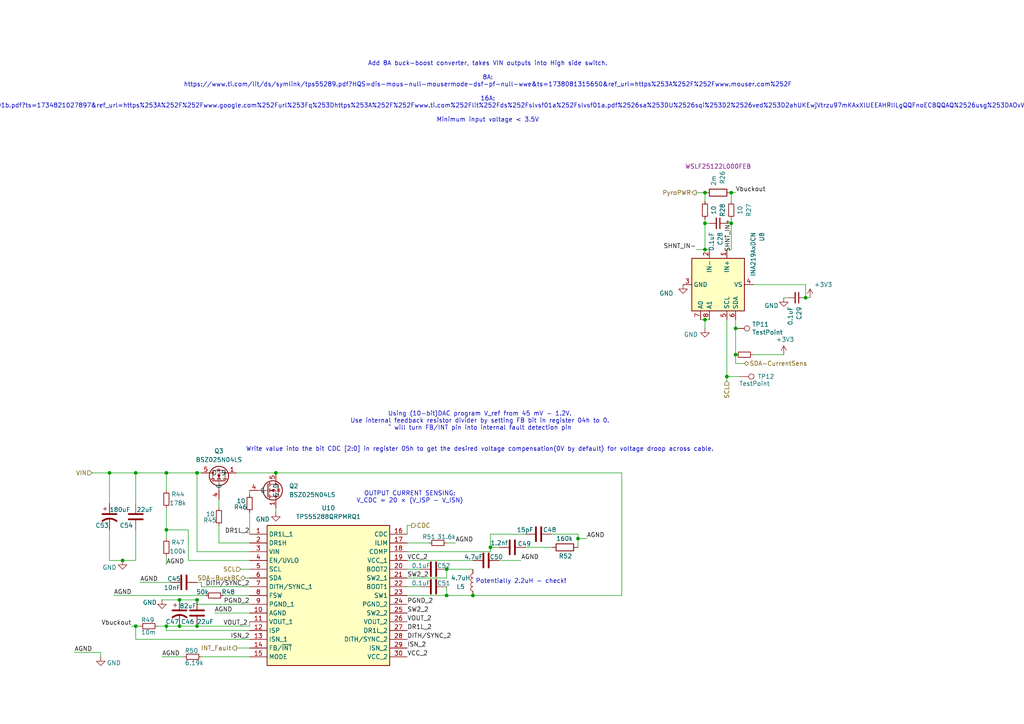
<source format=kicad_sch>
(kicad_sch (version 20250114) (generator "eeschema") (generator_version "9.0")
  (paper "A4")
  (lib_symbols
    (symbol "Connector:TestPoint" (pin_numbers (hide yes)) (pin_names (offset 0.762) (hide yes))
      (property "Reference" "TP" (at 0 6.858 0))
      (property "Value" "TestPoint" (at 0 5.08 0))
      (symbol "TestPoint_0_1"
        (circle (center 0 3.302) (radius 0.762))
      )
      (symbol "TestPoint_1_1"
        (pin passive line (at 0 0 90) (length 2.54) (name "1") (number "1"))
      )
    )
    (symbol "Device:C" (pin_numbers (hide yes)) (pin_names (offset 0.254))
      (property "Reference" "C" (at 0.635 2.54 0))
      (property "Value" "C" (at 0.635 -2.54 0))
      (symbol "C_0_1"
        (polyline (pts (xy -2.032 0.762) (xy 2.032 0.762)) (stroke (width 0.508)))
        (polyline (pts (xy -2.032 -0.762) (xy 2.032 -0.762)) (stroke (width 0.508)))
      )
      (symbol "C_1_1"
        (pin passive line (at 0 3.81 270) (length 2.794) (name "~") (number "1"))
        (pin passive line (at 0 -3.81 90) (length 2.794) (name "~") (number "2"))
      )
    )
    (symbol "Device:C_Polarized_US" (pin_numbers (hide yes)) (pin_names (offset 0.254) (hide yes))
      (property "Reference" "C" (at 0.635 2.54 0))
      (property "Value" "C_Polarized_US" (at 0.635 -2.54 0))
      (symbol "C_Polarized_US_0_1"
        (polyline (pts (xy -2.032 0.762) (xy 2.032 0.762)) (stroke (width 0.508)))
        (polyline (pts (xy -1.778 2.286) (xy -0.762 2.286)))
        (polyline (pts (xy -1.27 1.778) (xy -1.27 2.794)))
        (arc (start -2.032 -1.27) (mid 0 -0.5572) (end 2.032 -1.27) (stroke (width 0.508)))
      )
      (symbol "C_Polarized_US_1_1"
        (pin passive line (at 0 3.81 270) (length 2.794) (name "~") (number "1"))
        (pin passive line (at 0 -3.81 90) (length 3.302) (name "~") (number "2"))
      )
    )
    (symbol "Device:C_Small" (pin_numbers (hide yes)) (pin_names (offset 0.254) (hide yes))
      (property "Reference" "C" (at 0.254 1.778 0))
      (property "Value" "C_Small" (at 0.254 -2.032 0))
      (symbol "C_Small_0_1"
        (polyline (pts (xy -1.524 0.508) (xy 1.524 0.508)) (stroke (width 0.3048)))
        (polyline (pts (xy -1.524 -0.508) (xy 1.524 -0.508)) (stroke (width 0.3302)))
      )
      (symbol "C_Small_1_1"
        (pin passive line (at 0 2.54 270) (length 2.032) (name "~") (number "1"))
        (pin passive line (at 0 -2.54 90) (length 2.032) (name "~") (number "2"))
      )
    )
    (symbol "Device:L" (pin_numbers (hide yes)) (pin_names (offset 1.016) (hide yes))
      (property "Reference" "L" (at -1.27 0 90))
      (property "Value" "L" (at 1.905 0 90))
      (symbol "L_0_1"
        (arc (start 0 2.54) (mid 0.6323 1.905) (end 0 1.27))
        (arc (start 0 1.27) (mid 0.6323 0.635) (end 0 0))
        (arc (start 0 0) (mid 0.6323 -0.635) (end 0 -1.27))
        (arc (start 0 -1.27) (mid 0.6323 -1.905) (end 0 -2.54))
      )
      (symbol "L_1_1"
        (pin passive line (at 0 3.81 270) (length 1.27) (name "1") (number "1"))
        (pin passive line (at 0 -3.81 90) (length 1.27) (name "2") (number "2"))
      )
    )
    (symbol "Device:R" (pin_numbers (hide yes)) (pin_names (offset 0))
      (property "Reference" "R" (at 2.032 0 90))
      (property "Value" "R" (at 0 0 90))
      (symbol "R_0_1"
        (rectangle (start -1.016 -2.54) (end 1.016 2.54) (stroke (width 0.254)))
      )
      (symbol "R_1_1"
        (pin passive line (at 0 3.81 270) (length 1.27) (name "~") (number "1"))
        (pin passive line (at 0 -3.81 90) (length 1.27) (name "~") (number "2"))
      )
    )
    (symbol "Device:R_Small" (pin_numbers (hide yes)) (pin_names (offset 0.254) (hide yes))
      (property "Reference" "R" (at 0.762 0.508 0))
      (property "Value" "R_Small" (at 0.762 -1.016 0))
      (symbol "R_Small_0_1"
        (rectangle (start -0.762 1.778) (end 0.762 -1.778) (stroke (width 0.2032)))
      )
      (symbol "R_Small_1_1"
        (pin passive line (at 0 2.54 270) (length 0.762) (name "~") (number "1"))
        (pin passive line (at 0 -2.54 90) (length 0.762) (name "~") (number "2"))
      )
    )
    (symbol "GND_1" (power) (pin_numbers (hide yes)) (pin_names (offset 0) (hide yes))
      (property "Value" "GND" (at 0 -3.81 0))
      (symbol "GND_1_0_1"
        (polyline (pts (xy 0 0) (xy 0 -1.27) (xy 1.27 -1.27) (xy 0 -2.54) (xy -1.27 -1.27) (xy 0 -1.27)))
      )
      (symbol "GND_1_1_1"
        (pin power_in line (at 0 0 270) (length 0) (name "~") (number "1"))
      )
    )
    (symbol "Sensor_Energy:INA219AxDCN"
      (property "Reference" "U" (at -6.35 8.89 0))
      (property "Value" "INA219AxDCN" (at 6.35 8.89 0))
      (symbol "INA219AxDCN_0_1"
        (rectangle (start -7.62 7.62) (end 7.62 -7.62) (stroke (width 0.254)) (fill (type background)))
      )
      (symbol "INA219AxDCN_1_1"
        (pin input line (at -10.16 2.54 0) (length 2.54) (name "IN+") (number "1"))
        (pin input line (at -10.16 -2.54 0) (length 2.54) (name "IN-") (number "2"))
        (pin power_in line (at 0 10.16 270) (length 2.54) (name "VS") (number "4"))
        (pin power_in line (at 0 -10.16 90) (length 2.54) (name "GND") (number "3"))
        (pin bidirectional line (at 10.16 5.08 180) (length 2.54) (name "SDA") (number "6"))
        (pin input line (at 10.16 2.54 180) (length 2.54) (name "SCL") (number "5"))
        (pin input line (at 10.16 -2.54 180) (length 2.54) (name "A1") (number "8"))
        (pin input line (at 10.16 -5.08 180) (length 2.54) (name "A0") (number "7"))
      )
    )
    (symbol "iclr:BSZ025N04LS"
      (property "Reference" "Q" (at -0.762 15.748 0))
      (property "Value" "BSZ025N04LS" (at -6.604 13.208 0))
      (symbol "BSZ025N04LS_0_1"
        (polyline (pts (xy -1.016 1.905) (xy -1.016 -1.905)) (stroke (width 0.254)))
        (polyline (pts (xy -1.016 0) (xy -3.81 0)))
        (polyline (pts (xy -0.508 2.286) (xy -0.508 1.27)) (stroke (width 0.254)))
        (polyline (pts (xy -0.508 0.508) (xy -0.508 -0.508)) (stroke (width 0.254)))
        (polyline (pts (xy -0.508 -1.27) (xy -0.508 -2.286)) (stroke (width 0.254)))
        (polyline (pts (xy -0.508 -1.778) (xy 2.032 -1.778) (xy 2.032 1.778) (xy -0.508 1.778)))
        (polyline (pts (xy -0.254 0) (xy 0.762 0.381) (xy 0.762 -0.381) (xy -0.254 0)) (fill (type outline)))
        (circle (center 0.381 0) (radius 2.794) (stroke (width 0.254)))
        (polyline (pts (xy 1.27 2.54) (xy 1.27 1.778)))
        (circle (center 1.27 1.778) (radius 0.254) (fill (type outline)))
        (circle (center 1.27 -1.778) (radius 0.254) (fill (type outline)))
        (polyline (pts (xy 1.27 -2.54) (xy 1.27 0) (xy -0.508 0)))
        (polyline (pts (xy 1.524 0.508) (xy 1.651 0.381) (xy 2.413 0.381) (xy 2.54 0.254)))
        (polyline (pts (xy 2.032 0.381) (xy 1.651 -0.254) (xy 2.413 -0.254) (xy 2.032 0.381)))
      )
      (symbol "BSZ025N04LS_1_1"
        (pin input line (at -6.35 0 0) (length 2.54) (name "G") (number "4"))
        (pin passive line (at 1.27 5.08 270) (length 2.54) (name "D") (number "5"))
        (pin passive line (at 1.27 5.08 270) (length 2.54) (hide yes) (name "D") (number "6"))
        (pin passive line (at 1.27 5.08 270) (length 2.54) (hide yes) (name "D") (number "7"))
        (pin passive line (at 1.27 5.08 270) (length 2.54) (hide yes) (name "D") (number "8"))
        (pin passive line (at 1.27 5.08 270) (length 2.54) (hide yes) (name "D") (number "A5"))
        (pin passive line (at 1.27 -5.08 90) (length 2.54) (name "S") (number "1"))
        (pin passive line (at 1.27 -5.08 90) (length 2.54) (hide yes) (name "S") (number "2"))
        (pin passive line (at 1.27 -5.08 90) (length 2.54) (hide yes) (name "S") (number "3"))
        (pin passive line (at 1.27 -5.08 90) (length 2.54) (hide yes) (name "S") (number "A1"))
      )
    )
    (symbol "iclr:TPS55288QRPMRQ1"
      (property "Reference" "IC" (at 41.91 7.62 0))
      (property "Value" "TPS55288QRPMRQ1" (at 41.91 5.08 0))
      (symbol "TPS55288QRPMRQ1_1_1"
        (rectangle (start 5.08 2.54) (end 40.64 -38.1) (stroke (width 0.254)) (fill (type background)))
        (pin passive line (at 0 0 0) (length 5.08) (name "DR1L_1") (number "1"))
        (pin passive line (at 0 -2.54 0) (length 5.08) (name "DR1H") (number "2"))
        (pin passive line (at 0 -5.08 0) (length 5.08) (name "VIN") (number "3"))
        (pin passive line (at 0 -7.62 0) (length 5.08) (name "EN/UVLO") (number "4"))
        (pin passive line (at 0 -10.16 0) (length 5.08) (name "SCL") (number "5"))
        (pin passive line (at 0 -12.7 0) (length 5.08) (name "SDA") (number "6"))
        (pin passive line (at 0 -15.24 0) (length 5.08) (name "DITH/SYNC_1") (number "7"))
        (pin passive line (at 0 -17.78 0) (length 5.08) (name "FSW") (number "8"))
        (pin passive line (at 0 -20.32 0) (length 5.08) (name "PGND_1") (number "9"))
        (pin passive line (at 0 -22.86 0) (length 5.08) (name "AGND") (number "10"))
        (pin passive line (at 0 -25.4 0) (length 5.08) (name "VOUT_1") (number "11"))
        (pin passive line (at 0 -27.94 0) (length 5.08) (name "ISP") (number "12"))
        (pin passive line (at 0 -30.48 0) (length 5.08) (name "ISN_1") (number "13"))
        (pin passive line (at 0 -33.02 0) (length 5.08) (name "FB/~{INT}") (number "14"))
        (pin passive line (at 0 -35.56 0) (length 5.08) (name "MODE") (number "15"))
        (pin passive line (at 45.72 0 180) (length 5.08) (name "CDC") (number "16"))
        (pin passive line (at 45.72 -2.54 180) (length 5.08) (name "ILIM") (number "17"))
        (pin passive line (at 45.72 -5.08 180) (length 5.08) (name "COMP") (number "18"))
        (pin passive line (at 45.72 -7.62 180) (length 5.08) (name "VCC_1") (number "19"))
        (pin passive line (at 45.72 -10.16 180) (length 5.08) (name "BOOT2") (number "20"))
        (pin passive line (at 45.72 -12.7 180) (length 5.08) (name "SW2_1") (number "21"))
        (pin passive line (at 45.72 -15.24 180) (length 5.08) (name "BOOT1") (number "22"))
        (pin passive line (at 45.72 -17.78 180) (length 5.08) (name "SW1") (number "23"))
        (pin passive line (at 45.72 -20.32 180) (length 5.08) (name "PGND_2") (number "24"))
        (pin passive line (at 45.72 -22.86 180) (length 5.08) (name "SW2_2") (number "25"))
        (pin passive line (at 45.72 -25.4 180) (length 5.08) (name "VOUT_2") (number "26"))
        (pin passive line (at 45.72 -27.94 180) (length 5.08) (name "DR1L_2") (number "27"))
        (pin passive line (at 45.72 -30.48 180) (length 5.08) (name "DITH/SYNC_2") (number "28"))
        (pin passive line (at 45.72 -33.02 180) (length 5.08) (name "ISN_2") (number "29"))
        (pin passive line (at 45.72 -35.56 180) (length 5.08) (name "VCC_2") (number "30"))
      )
    )
    (symbol "power:+3.3V" (power) (pin_names (offset 0))
      (property "Value" "+3.3V" (at 0 3.556 0))
      (symbol "+3.3V_0_1"
        (polyline (pts (xy -0.762 1.27) (xy 0 2.54)))
        (polyline (pts (xy 0 2.54) (xy 0.762 1.27)))
        (polyline (pts (xy 0 0) (xy 0 2.54)))
      )
      (symbol "+3.3V_1_1"
        (pin power_in line (at 0 0 90) (length 0) (hide yes) (name "+3V3") (number "1"))
      )
    )
    (symbol "power:GND" (power) (pin_names (offset 0))
      (property "Value" "GND" (at 0 -3.81 0))
      (symbol "GND_0_1"
        (polyline (pts (xy 0 0) (xy 0 -1.27) (xy 1.27 -1.27) (xy 0 -2.54) (xy -1.27 -1.27) (xy 0 -1.27)))
      )
      (symbol "GND_1_1"
        (pin power_in line (at 0 0 270) (length 0) (hide yes) (name "GND") (number "1"))
      )
    )
  )
  (text "Using (10-bit)DAC program V_ref from 45 mV - 1.2V.\nUse internal feedback resistor divider by setting FB bit in register 04h to 0.\n^ will turn FB/INT pin into internal fault detection pin\n\n\nWrite value into the bit CDC [2:0] in register 05h to get the desired voltage compensation(0V by default) for voltage droop across cable." (at 139.192 125.222 0) (effects (font (size 1.27 1.27))))
  (text "OUTPUT CURRENT SENSING:\nV_CDC = 20 × (V_ISP - V_ISN)" (at 118.872 144.272 0) (effects (font (size 1.27 1.27))))
  (text "Add 8A buck-boost converter, takes VIN outputs into High side switch.\n\n8A:\nhttps://www.ti.com/lit/ds/symlink/tps55289.pdf?HQS=dis-mous-null-mousermode-dsf-pf-null-wwe&ts=1738081315650&ref_url=https%253A%252F%252Fwww.mouser.com%252F\n\n16A:\nhttps://www.ti.com/lit/ds/slvsf01b/slvsf01b.pdf?ts=1734821027897&ref_url=https%253A%252F%252Fwww.google.com%252Furl%253Fq%253Dhttps%253A%252F%252Fwww.ti.com%252Flit%252Fds%252Fslvsf01a%252Fslvsf01a.pdf%2526sa%253DU%2526sqi%253D2%2526ved%253D2ahUKEwjVtrzu97mKAxXlUEEAHRlILgQQFnoECBQQAQ%2526usg%253DAOvVaw1JvcZZpXBigG8-35lJupAp\n\nMinimum input voltage < 3.5V" (at 141.478 26.67 0) (effects (font (size 1.27 1.27))))
  (text "Potentially 2.2uH - check!" (at 151.13 168.656 0) (effects (font (size 1.27 1.27))))
  (junction (at 210.82 109.22))
  (junction (at 212.09 64.77))
  (junction (at 57.15 173.99))
  (junction (at 142.24 158.75))
  (junction (at 31.75 137.16))
  (junction (at 48.26 153.67))
  (junction (at 129.54 172.72))
  (junction (at 167.64 156.21))
  (junction (at 213.36 102.87))
  (junction (at 57.15 137.16))
  (junction (at 39.37 137.16))
  (junction (at 137.16 172.72))
  (junction (at 233.68 86.36))
  (junction (at 57.15 181.61))
  (junction (at 204.47 55.88))
  (junction (at 213.36 95.25))
  (junction (at 204.47 64.77))
  (junction (at 39.37 181.61))
  (junction (at 212.09 55.88))
  (junction (at 52.07 173.99))
  (junction (at 80.01 137.16))
  (junction (at 204.47 72.39))
  (junction (at 48.26 181.61))
  (junction (at 48.26 137.16))
  (junction (at 52.07 181.61))
  (junction (at 204.47 92.71))
  (junction (at 35.56 162.56))
  (junction (at 129.54 165.1))
  (wire (pts (xy 205.74 92.71) (xy 204.47 92.71)))
  (wire (pts (xy 201.93 55.88) (xy 204.47 55.88)))
  (wire (pts (xy 129.54 170.18) (xy 129.54 172.72)))
  (wire (pts (xy 152.4 158.75) (xy 160.02 158.75)))
  (wire (pts (xy 142.24 158.75) (xy 144.78 158.75)))
  (wire (pts (xy 33.02 172.72) (xy 59.69 172.72)))
  (wire (pts (xy 80.01 147.32) (xy 80.01 148.59)))
  (wire (pts (xy 142.24 154.94) (xy 142.24 158.75)))
  (wire (pts (xy 68.58 137.16) (xy 80.01 137.16)))
  (wire (pts (xy 21.59 189.23) (xy 29.21 189.23)))
  (wire (pts (xy 57.15 173.99) (xy 57.15 175.26)))
  (wire (pts (xy 48.26 181.61) (xy 48.26 182.88)))
  (wire (pts (xy 204.47 92.71) (xy 203.2 92.71)))
  (wire (pts (xy 57.15 137.16) (xy 58.42 137.16)))
  (wire (pts (xy 118.11 167.64) (xy 129.54 167.64)))
  (wire (pts (xy 63.5 152.4) (xy 63.5 157.48)))
  (wire (pts (xy 64.77 172.72) (xy 72.39 172.72)))
  (wire (pts (xy 129.54 157.48) (xy 132.08 157.48)))
  (wire (pts (xy 57.15 160.02) (xy 72.39 160.02)))
  (wire (pts (xy 38.1 181.61) (xy 39.37 181.61)))
  (wire (pts (xy 212.09 72.39) (xy 210.82 72.39)))
  (wire (pts (xy 39.37 162.56) (xy 39.37 153.67)))
  (wire (pts (xy 39.37 137.16) (xy 48.26 137.16)))
  (wire (pts (xy 68.58 187.96) (xy 72.39 187.96)))
  (wire (pts (xy 121.92 165.1) (xy 118.11 165.1)))
  (wire (pts (xy 210.82 110.49) (xy 210.82 109.22)))
  (wire (pts (xy 205.74 64.77) (xy 204.47 64.77)))
  (wire (pts (xy 63.5 144.78) (xy 63.5 147.32)))
  (wire (pts (xy 233.68 82.55) (xy 233.68 86.36)))
  (wire (pts (xy 212.09 63.5) (xy 212.09 64.77)))
  (wire (pts (xy 234.95 86.36) (xy 233.68 86.36)))
  (wire (pts (xy 180.34 172.72) (xy 137.16 172.72)))
  (wire (pts (xy 46.99 190.5) (xy 53.34 190.5)))
  (wire (pts (xy 48.26 153.67) (xy 54.61 153.67)))
  (wire (pts (xy 46.99 173.99) (xy 52.07 173.99)))
  (wire (pts (xy 118.11 152.4) (xy 119.38 152.4)))
  (wire (pts (xy 69.85 165.1) (xy 72.39 165.1)))
  (wire (pts (xy 71.12 167.64) (xy 72.39 167.64)))
  (wire (pts (xy 204.47 92.71) (xy 204.47 95.25)))
  (wire (pts (xy 45.72 181.61) (xy 48.26 181.61)))
  (wire (pts (xy 52.07 173.99) (xy 57.15 173.99)))
  (wire (pts (xy 57.15 181.61) (xy 52.07 181.61)))
  (wire (pts (xy 212.09 64.77) (xy 210.82 64.77)))
  (wire (pts (xy 35.56 162.56) (xy 39.37 162.56)))
  (wire (pts (xy 31.75 137.16) (xy 26.67 137.16)))
  (wire (pts (xy 48.26 137.16) (xy 57.15 137.16)))
  (wire (pts (xy 39.37 146.05) (xy 39.37 137.16)))
  (wire (pts (xy 213.36 105.41) (xy 215.9 105.41)))
  (wire (pts (xy 39.37 181.61) (xy 40.64 181.61)))
  (wire (pts (xy 201.93 72.39) (xy 204.47 72.39)))
  (wire (pts (xy 167.64 156.21) (xy 167.64 158.75)))
  (wire (pts (xy 62.23 177.8) (xy 72.39 177.8)))
  (wire (pts (xy 31.75 137.16) (xy 39.37 137.16)))
  (wire (pts (xy 129.54 165.1) (xy 137.16 165.1)))
  (wire (pts (xy 39.37 185.42) (xy 39.37 181.61)))
  (wire (pts (xy 218.44 82.55) (xy 233.68 82.55)))
  (wire (pts (xy 170.18 156.21) (xy 167.64 156.21)))
  (wire (pts (xy 204.47 72.39) (xy 205.74 72.39)))
  (wire (pts (xy 213.36 102.87) (xy 213.36 105.41)))
  (wire (pts (xy 210.82 109.22) (xy 214.63 109.22)))
  (wire (pts (xy 57.15 175.26) (xy 72.39 175.26)))
  (wire (pts (xy 160.02 154.94) (xy 167.64 154.94)))
  (wire (pts (xy 72.39 185.42) (xy 39.37 185.42)))
  (wire (pts (xy 213.36 95.25) (xy 213.36 102.87)))
  (wire (pts (xy 180.34 137.16) (xy 180.34 172.72)))
  (wire (pts (xy 121.92 170.18) (xy 118.11 170.18)))
  (wire (pts (xy 137.16 162.56) (xy 118.11 162.56)))
  (wire (pts (xy 58.42 168.91) (xy 58.42 170.18)))
  (wire (pts (xy 31.75 137.16) (xy 31.75 146.05)))
  (wire (pts (xy 212.09 55.88) (xy 212.09 58.42)))
  (wire (pts (xy 142.24 158.75) (xy 142.24 160.02)))
  (wire (pts (xy 118.11 172.72) (xy 129.54 172.72)))
  (wire (pts (xy 167.64 154.94) (xy 167.64 156.21)))
  (wire (pts (xy 118.11 152.4) (xy 118.11 154.94)))
  (wire (pts (xy 227.33 102.87) (xy 218.44 102.87)))
  (wire (pts (xy 57.15 168.91) (xy 58.42 168.91)))
  (wire (pts (xy 204.47 64.77) (xy 204.47 72.39)))
  (wire (pts (xy 212.09 64.77) (xy 212.09 72.39)))
  (wire (pts (xy 129.54 165.1) (xy 129.54 167.64)))
  (wire (pts (xy 213.36 55.88) (xy 212.09 55.88)))
  (wire (pts (xy 142.24 154.94) (xy 152.4 154.94)))
  (wire (pts (xy 63.5 157.48) (xy 72.39 157.48)))
  (wire (pts (xy 31.75 162.56) (xy 35.56 162.56)))
  (wire (pts (xy 204.47 63.5) (xy 204.47 64.77)))
  (wire (pts (xy 227.33 86.36) (xy 228.6 86.36)))
  (wire (pts (xy 118.11 157.48) (xy 124.46 157.48)))
  (wire (pts (xy 48.26 147.32) (xy 48.26 153.67)))
  (wire (pts (xy 54.61 162.56) (xy 72.39 162.56)))
  (wire (pts (xy 129.54 172.72) (xy 137.16 172.72)))
  (wire (pts (xy 58.42 190.5) (xy 72.39 190.5)))
  (wire (pts (xy 40.64 168.91) (xy 49.53 168.91)))
  (wire (pts (xy 80.01 137.16) (xy 180.34 137.16)))
  (wire (pts (xy 48.26 182.88) (xy 72.39 182.88)))
  (wire (pts (xy 151.13 162.56) (xy 144.78 162.56)))
  (wire (pts (xy 204.47 55.88) (xy 204.47 58.42)))
  (wire (pts (xy 210.82 92.71) (xy 210.82 109.22)))
  (wire (pts (xy 48.26 142.24) (xy 48.26 137.16)))
  (wire (pts (xy 48.26 181.61) (xy 52.07 181.61)))
  (wire (pts (xy 48.26 156.21) (xy 48.26 153.67)))
  (wire (pts (xy 58.42 170.18) (xy 72.39 170.18)))
  (wire (pts (xy 213.36 92.71) (xy 213.36 95.25)))
  (wire (pts (xy 118.11 160.02) (xy 142.24 160.02)))
  (wire (pts (xy 48.26 161.29) (xy 48.26 163.83)))
  (wire (pts (xy 57.15 137.16) (xy 57.15 160.02)))
  (wire (pts (xy 72.39 180.34) (xy 72.39 181.61)))
  (wire (pts (xy 72.39 142.24) (xy 72.39 143.51)))
  (wire (pts (xy 57.15 181.61) (xy 72.39 181.61)))
  (wire (pts (xy 29.21 189.23) (xy 29.21 190.5)))
  (wire (pts (xy 72.39 148.59) (xy 72.39 154.94)))
  (wire (pts (xy 54.61 162.56) (xy 54.61 153.67)))
  (wire (pts (xy 31.75 153.67) (xy 31.75 162.56)))
  (label "AGND" (at 170.18 156.21 0))
  (label "Vbuckout" (at 38.1 181.61 180))
  (label "VOUT_2" (at 64.77 181.61 0))
  (label "AGND" (at 21.59 189.23 0))
  (label "SHNT_IN+" (at 212.09 63.5 270))
  (label "PGND_2" (at 72.39 175.26 180))
  (label "Vbuckout" (at 213.36 55.88 0))
  (label "AGND" (at 62.23 177.8 0))
  (label "AGND" (at 40.64 168.91 0))
  (label "SW2_2" (at 118.11 167.64 0))
  (label "DR1L_2" (at 118.11 182.88 0))
  (label "AGND" (at 33.02 172.72 0))
  (label "VOUT_2" (at 118.11 180.34 0))
  (label "VCC_2" (at 118.11 190.5 0))
  (label "DR1L_2" (at 72.39 154.94 180))
  (label "PGND_2" (at 118.11 175.26 0))
  (label "DITH{slash}SYNC_2" (at 118.11 185.42 0))
  (label "SW2_2" (at 118.11 177.8 0))
  (label "SHNT_IN-" (at 201.93 72.39 180))
  (label "DITH{slash}SYNC_2" (at 72.39 170.18 180))
  (label "ISN_2" (at 118.11 187.96 0))
  (label "ISN_2" (at 72.39 185.42 180))
  (label "AGND" (at 46.99 190.5 0))
  (label "AGND" (at 132.08 157.48 0))
  (label "AGND" (at 48.26 163.83 0))
  (label "VCC_2" (at 118.11 162.56 0))
  (label "AGND" (at 151.13 162.56 0))
  (hierarchical_label "SDA-CurrentSens" (shape bidirectional) (at 215.9 105.41 0))
  (hierarchical_label "INT_Fault" (shape output) (at 68.58 187.96 180))
  (hierarchical_label "PyroPWR" (shape output) (at 201.93 55.88 180))
  (hierarchical_label "CDC" (shape output) (at 119.38 152.4 0))
  (hierarchical_label "SCL" (shape input) (at 210.82 110.49 270))
  (hierarchical_label "SCL" (shape input) (at 69.85 165.1 180))
  (hierarchical_label "SDA-BuckBC" (shape bidirectional) (at 71.12 167.64 180))
  (hierarchical_label "VIN" (shape input) (at 26.67 137.16 180))
  (symbol (lib_name "GND_1") (lib_id "power:GND") (at 35.56 162.56 0) (unit 1)
    (property "Reference" "#PWR078" (effects (hide yes)))
    (property "Value" "GND" (at 31.75 164.592 0))
    (property "Description" "Power symbol creates a global label with name \"GND\" , ground" (effects (hide yes)))
  )
  (symbol (lib_name "GND_1") (lib_id "power:GND") (at 29.21 190.5 0) (unit 1)
    (property "Reference" "#PWR0100" (effects (hide yes)))
    (property "Value" "GND" (at 33.02 192.278 0))
    (property "Description" "Power symbol creates a global label with name \"GND\" , ground" (effects (hide yes)))
  )
  (symbol (lib_id "Device:C") (at 53.34 168.91 270) (unit 1)
    (property "Reference" "C45" (at 48.514 167.894 90) (effects (justify left)))
    (property "Value" "10nF" (at 47.498 170.434 90) (effects (justify left)))
    (property "Footprint" "Capacitor_SMD:C_0402_1005Metric" (effects (hide yes)))
    (property "Description" "Unpolarized capacitor" (effects (hide yes)))
  )
  (symbol (lib_id "Device:C") (at 125.73 170.18 270) (unit 1)
    (property "Reference" "C51" (at 126.746 169.164 90) (effects (justify left)))
    (property "Value" "0.1uF" (at 119.38 169.164 90) (effects (justify left)))
    (property "Footprint" "Capacitor_SMD:C_0402_1005Metric" (effects (hide yes)))
    (property "Description" "Unpolarized capacitor" (effects (hide yes)))
  )
  (symbol (lib_id "Device:R_Small") (at 72.39 146.05 0) (unit 1)
    (property "Reference" "R46" (at 67.818 147.066 0) (effects (justify left)))
    (property "Value" "10" (at 68.58 145.288 0) (effects (justify left)))
    (property "Footprint" "Resistor_SMD:R_0402_1005Metric" (effects (hide yes)))
    (property "Description" "Resistor, small symbol" (effects (hide yes)))
  )
  (symbol (lib_id "Device:C") (at 39.37 149.86 180) (unit 1)
    (property "Reference" "C54" (at 38.608 152.4 0) (effects (justify left)))
    (property "Value" "22uF" (at 44.45 147.828 0) (effects (justify left)))
    (property "Footprint" "Capacitor_SMD:C_0805_2012Metric" (effects (hide yes)))
    (property "Description" "Unpolarized capacitor" (effects (hide yes)))
  )
  (symbol (lib_id "Device:R_Small") (at 204.47 60.96 0) (unit 1)
    (property "Reference" "R28" (at 209.55 60.96 90))
    (property "Value" "10" (at 207.01 60.96 90))
    (property "Footprint" "Resistor_SMD:R_0402_1005Metric" (effects (hide yes)))
  )
  (symbol (lib_name "GND_1") (lib_id "power:GND") (at 80.01 148.59 0) (unit 1)
    (property "Reference" "#PWR092" (effects (hide yes)))
    (property "Value" "GND" (at 76.2 150.622 0))
    (property "Description" "Power symbol creates a global label with name \"GND\" , ground" (effects (hide yes)))
  )
  (symbol (lib_id "Device:R_Small") (at 63.5 149.86 0) (unit 1)
    (property "Reference" "R45" (at 58.928 150.876 0) (effects (justify left)))
    (property "Value" "10" (at 59.69 149.098 0) (effects (justify left)))
    (property "Footprint" "Resistor_SMD:R_0402_1005Metric" (effects (hide yes)))
    (property "Description" "Resistor, small symbol" (effects (hide yes)))
  )
  (symbol (lib_id "power:+3.3V") (at 234.95 86.36 0) (unit 1)
    (property "Reference" "#PWR063" (effects (hide yes)))
    (property "Value" "+3V3" (at 238.76 82.55 0))
  )
  (symbol (lib_name "GND_1") (lib_id "power:GND") (at 46.99 173.99 0) (unit 1)
    (property "Reference" "#PWR094" (effects (hide yes)))
    (property "Value" "GND" (at 43.434 174.752 0))
    (property "Description" "Power symbol creates a global label with name \"GND\" , ground" (effects (hide yes)))
  )
  (symbol (lib_id "Device:C") (at 156.21 154.94 270) (unit 1)
    (property "Reference" "C48" (at 157.48 153.67 90) (effects (justify left)))
    (property "Value" "15pF" (at 149.86 153.67 90) (effects (justify left)))
    (property "Footprint" "Capacitor_SMD:C_0402_1005Metric" (effects (hide yes)))
    (property "Description" "Unpolarized capacitor" (effects (hide yes)))
  )
  (symbol (lib_id "Device:R_Small") (at 215.9 102.87 270) (unit 1)
    (property "Reference" "R29" (effects (hide yes)))
    (property "Value" "3.3k" (effects (hide yes)))
    (property "Footprint" "Resistor_SMD:R_0402_1005Metric" (effects (hide yes)))
  )
  (symbol (lib_id "Device:R_Small") (at 212.09 60.96 0) (unit 1)
    (property "Reference" "R27" (at 217.17 60.96 90))
    (property "Value" "10" (at 214.63 60.96 90))
    (property "Footprint" "Resistor_SMD:R_0402_1005Metric" (effects (hide yes)))
  )
  (symbol (lib_id "Connector:TestPoint") (at 214.63 109.22 270) (mirror x) (unit 1)
    (property "Reference" "TP12" (at 219.71 109.22 90) (effects (justify left)))
    (property "Value" "TestPoint" (at 214.376 111.252 90) (effects (justify left)))
    (property "Footprint" "TestPoint:TestPoint_Pad_D1.0mm" (effects (hide yes)))
  )
  (symbol (lib_id "Device:C_Small") (at 208.28 64.77 270) (unit 1)
    (property "Reference" "C28" (at 208.9087 67.31 0) (effects (justify left)))
    (property "Value" "0.1uF" (at 206.3687 67.31 0) (effects (justify left)))
    (property "Footprint" "Capacitor_SMD:C_0402_1005Metric" (effects (hide yes)))
  )
  (symbol (lib_id "Device:C") (at 57.15 177.8 180) (unit 1)
    (property "Reference" "C46" (at 56.388 180.34 0) (effects (justify left)))
    (property "Value" "22uF" (at 61.976 180.34 0) (effects (justify left)))
    (property "Footprint" "Capacitor_SMD:C_0805_2012Metric" (effects (hide yes)))
    (property "Description" "Unpolarized capacitor" (effects (hide yes)))
  )
  (symbol (lib_id "Device:R") (at 163.83 158.75 270) (unit 1)
    (property "Reference" "R52" (at 162.052 161.29 90) (effects (justify left)))
    (property "Value" "160k" (at 161.29 156.21 90) (effects (justify left)))
    (property "Footprint" "Resistor_SMD:R_0402_1005Metric" (effects (hide yes)))
    (property "Description" "Resistor" (effects (hide yes)))
  )
  (symbol (lib_id "Device:C_Polarized_US") (at 31.75 149.86 0) (unit 1)
    (property "Reference" "C53" (at 27.686 152.4 0) (effects (justify left)))
    (property "Value" "180uF" (at 31.75 147.828 0) (effects (justify left)))
    (property "Footprint" "Capacitor_Tantalum_SMD:CP_EIA-7260-20_AVX-M" (effects (hide yes)))
    (property "Description" "Polarized capacitor, US symbol" (effects (hide yes)))
  )
  (symbol (lib_id "Device:C") (at 148.59 158.75 270) (unit 1)
    (property "Reference" "C49" (at 150.114 157.734 90) (effects (justify left)))
    (property "Value" "1.2nf" (at 142.24 157.48 90) (effects (justify left)))
    (property "Footprint" "Capacitor_SMD:C_0402_1005Metric" (effects (hide yes)))
    (property "Description" "Unpolarized capacitor" (effects (hide yes)))
  )
  (symbol (lib_id "Device:C_Small") (at 231.14 86.36 270) (unit 1)
    (property "Reference" "C29" (at 231.7687 88.9 0) (effects (justify left)))
    (property "Value" "0.1uF" (at 229.2287 88.9 0) (effects (justify left)))
    (property "Footprint" "Capacitor_SMD:C_0402_1005Metric" (effects (hide yes)))
  )
  (symbol (lib_id "Device:C") (at 125.73 165.1 270) (unit 1)
    (property "Reference" "C52" (at 126.746 164.084 90) (effects (justify left)))
    (property "Value" "0.1uF" (at 119.38 164.084 90) (effects (justify left)))
    (property "Footprint" "Capacitor_SMD:C_0402_1005Metric" (effects (hide yes)))
    (property "Description" "Unpolarized capacitor" (effects (hide yes)))
  )
  (symbol (lib_id "Device:L") (at 137.16 168.91 180) (unit 1)
    (property "Reference" "L5" (at 133.604 170.18 0))
    (property "Value" "4.7uH" (at 133.604 167.64 0))
    (property "Footprint" "Inductor_SMD:L_10.4x10.4_H4.8" (effects (hide yes)))
    (property "Description" "Inductor" (effects (hide yes)))
  )
  (symbol (lib_id "Device:R_Small") (at 48.26 144.78 0) (unit 1)
    (property "Reference" "R44" (at 49.657 143.383 0) (effects (justify left)))
    (property "Value" "178k" (at 49.149 145.923 0) (effects (justify left)))
    (property "Footprint" "Resistor_SMD:R_0402_1005Metric" (effects (hide yes)))
    (property "Description" "Resistor, small symbol" (effects (hide yes)))
  )
  (symbol (lib_id "Sensor_Energy:INA219AxDCN") (at 208.28 82.55 270) (unit 1)
    (property "Reference" "U8" (at 220.98 67.31 0) (effects (justify left)))
    (property "Value" "INA219AxDCN" (at 218.44 67.31 0) (effects (justify left)))
    (property "Footprint" "Package_TO_SOT_SMD:SOT-23-8" (effects (hide yes)))
    (property "Datasheet" "http://www.ti.com/lit/ds/symlink/ina219.pdf" (effects (hide yes)))
  )
  (symbol (lib_id "Device:R_Small") (at 62.23 172.72 270) (unit 1)
    (property "Reference" "R48" (at 64.262 171.704 90) (effects (justify left)))
    (property "Value" "50k" (at 56.896 171.704 90) (effects (justify left)))
    (property "Footprint" "Resistor_SMD:R_0402_1005Metric" (effects (hide yes)))
    (property "Description" "Resistor, small symbol" (effects (hide yes)))
  )
  (symbol (lib_id "Connector:TestPoint") (at 213.36 95.25 270) (unit 1)
    (property "Reference" "TP11" (at 218.1352 94.0816 90) (effects (justify left)))
    (property "Value" "TestPoint" (at 218.1352 96.393 90) (effects (justify left)))
    (property "Footprint" "TestPoint:TestPoint_Pad_D1.0mm" (effects (hide yes)))
  )
  (symbol (lib_id "Device:R_Small") (at 55.88 190.5 270) (unit 1)
    (property "Reference" "R50" (at 53.594 188.722 90) (effects (justify left)))
    (property "Value" "6.19k" (at 53.594 192.278 90) (effects (justify left)))
    (property "Footprint" "Resistor_SMD:R_0402_1005Metric" (effects (hide yes)))
    (property "Description" "Resistor, small symbol" (effects (hide yes)))
  )
  (symbol (lib_id "Device:C_Polarized_US") (at 52.07 177.8 0) (unit 1)
    (property "Reference" "C47" (at 48.006 180.34 0) (effects (justify left)))
    (property "Value" "82uF" (at 52.07 175.768 0) (effects (justify left)))
    (property "Footprint" "Capacitor_Tantalum_SMD:CP_EIA-6032-28_Kemet-C" (effects (hide yes)))
    (property "Description" "Polarized capacitor, US symbol" (effects (hide yes)))
  )
  (symbol (lib_id "Device:R_Small") (at 48.26 158.75 0) (unit 1)
    (property "Reference" "R47" (at 49.657 157.353 0) (effects (justify left)))
    (property "Value" "100k" (at 49.149 159.893 0) (effects (justify left)))
    (property "Footprint" "Resistor_SMD:R_0402_1005Metric" (effects (hide yes)))
    (property "Description" "Resistor, small symbol" (effects (hide yes)))
  )
  (symbol (lib_id "power:+3.3V") (at 227.33 102.87 0) (unit 1)
    (property "Reference" "#PWR067" (effects (hide yes)))
    (property "Value" "+3V3" (at 227.711 98.4758 0))
  )
  (symbol (lib_id "power:GND") (at 227.33 86.36 0) (unit 1)
    (property "Reference" "#PWR065" (effects (hide yes)))
    (property "Value" "GND" (at 225.806 88.646 0) (effects (justify right)))
  )
  (symbol (lib_id "Device:C") (at 140.97 162.56 270) (unit 1)
    (property "Reference" "C50" (at 141.986 161.544 90) (effects (justify left)))
    (property "Value" "4.7uF" (at 134.62 161.544 90) (effects (justify left)))
    (property "Footprint" "Capacitor_SMD:C_0402_1005Metric" (effects (hide yes)))
    (property "Description" "Unpolarized capacitor" (effects (hide yes)))
  )
  (symbol (lib_id "Device:R_Small") (at 127 157.48 270) (unit 1)
    (property "Reference" "R51" (at 122.428 155.702 90) (effects (justify left)))
    (property "Value" "31.6k" (at 126.746 155.702 90) (effects (justify left)))
    (property "Footprint" "Resistor_SMD:R_0402_1005Metric" (effects (hide yes)))
    (property "Description" "Resistor, small symbol" (effects (hide yes)))
  )
  (symbol (lib_id "iclr:BSZ025N04LS") (at 78.74 142.24 0) (unit 1)
    (property "Reference" "Q2" (at 83.82 140.9699 0) (effects (justify left)))
    (property "Value" "BSZ025N04LS" (at 83.82 143.5099 0) (effects (justify left)))
    (property "Footprint" "iclr:BSZ025N04LS" (effects (hide yes)))
    (property "Datasheet" "http://www.infineon.com/dgdl/DS_BSZ025N04LS_2_1.pdf?fileId=5546d46146d18cb40147204a34530283" (effects (hide yes)))
    (property "Description" "MOSFET MV POWER MOS MOSFET OptiMOS Power-MOSFET,40V" (effects (hide yes)))
    (property "Height" "1.1" (effects (hide yes)))
    (property "Manufacturer_Name" "Infineon" (effects (hide yes)))
    (property "Manufacturer_Part_Number" "BSZ025N04LS" (effects (hide yes)))
    (property "Mouser Part Number" "726-BSZ025N04LS" (effects (hide yes)))
    (property "Mouser Price/Stock" "https://www.mouser.co.uk/ProductDetail/Infineon-Technologies/BSZ025N04LS?qs=glduVv6OWv6ppMJu86R39g%3D%3D" (effects (hide yes)))
  )
  (symbol (lib_id "Device:R_Small") (at 43.18 181.61 270) (unit 1)
    (property "Reference" "R49" (at 40.894 179.832 90) (effects (justify left)))
    (property "Value" "10m" (at 40.894 183.388 90) (effects (justify left)))
    (property "Footprint" "Resistor_SMD:R_1206_3216Metric" (effects (hide yes)))
    (property "Description" "Resistor, small symbol" (effects (hide yes)))
  )
  (symbol (lib_id "power:GND") (at 198.12 82.55 0) (unit 1)
    (property "Reference" "#PWR061" (effects (hide yes)))
    (property "Value" "GND" (at 195.326 85.09 0) (effects (justify right)))
  )
  (symbol (lib_id "Device:R") (at 208.28 55.88 270) (unit 1)
    (property "Reference" "R26" (at 209.55 49.53 0) (effects (justify left)))
    (property "Value" "2m" (at 207.01 50.8 0) (effects (justify left)))
    (property "Footprint" "Resistor_SMD:R_2512_6332Metric_Pad1.40x3.35mm_HandSolder" (effects (hide yes)))
    (property "MPN" "WSLF25122L000FEB" (at 208.28 48.26 90))
  )
  (symbol (lib_id "iclr:BSZ025N04LS") (at 63.5 138.43 90) (unit 1)
    (property "Reference" "Q3" (at 63.5 130.81 90))
    (property "Value" "BSZ025N04LS" (at 63.5 133.35 90))
    (property "Footprint" "iclr:BSZ025N04LS" (effects (hide yes)))
    (property "Datasheet" "http://www.infineon.com/dgdl/DS_BSZ025N04LS_2_1.pdf?fileId=5546d46146d18cb40147204a34530283" (effects (hide yes)))
    (property "Description" "MOSFET MV POWER MOS MOSFET OptiMOS Power-MOSFET,40V" (effects (hide yes)))
    (property "Height" "1.1" (effects (hide yes)))
    (property "Manufacturer_Name" "Infineon" (effects (hide yes)))
    (property "Manufacturer_Part_Number" "BSZ025N04LS" (effects (hide yes)))
    (property "Mouser Part Number" "726-BSZ025N04LS" (effects (hide yes)))
    (property "Mouser Price/Stock" "https://www.mouser.co.uk/ProductDetail/Infineon-Technologies/BSZ025N04LS?qs=glduVv6OWv6ppMJu86R39g%3D%3D" (effects (hide yes)))
  )
  (symbol (lib_id "power:GND") (at 204.47 95.25 0) (unit 1)
    (property "Reference" "#PWR066" (effects (hide yes)))
    (property "Value" "GND" (at 202.438 97.028 0) (effects (justify right)))
  )
  (symbol (lib_id "iclr:TPS55288QRPMRQ1") (at 72.39 154.94 0) (unit 1)
    (property "Reference" "U10" (at 95.25 147.32 0))
    (property "Value" "TPS55288QRPMRQ1" (at 95.25 149.86 0))
    (property "Footprint" "iclr:TPS552882QRPMRQ1" (effects (hide yes)))
    (property "Datasheet" "https://www.ti.com/lit/ds/symlink/tps55288-q1.pdf?ts=1620805086059&ref_url=https%253A%252F%252Fwww.mouser.co.il%252F" (effects (hide yes)))
    (property "Description" "Switching Voltage Regulators 36-V, 16-A buck-boost converter with I2C control, AEC-Q100 qualified 26-VQFN-HR -40 to 150" (effects (hide yes)))
    (property "Height" "1" (effects (hide yes)))
    (property "Mouser Part Number" "595-TPS55288QRPMRQ1" (effects (hide yes)))
    (property "Mouser Price/Stock" "https://www.mouser.co.uk/ProductDetail/Texas-Instruments/TPS55288QRPMRQ1?qs=eP2BKZSCXI7S4PIt5qt8Ug%3D%3D" (effects (hide yes)))
    (property "Manufacturer_Name" "Texas Instruments" (effects (hide yes)))
    (property "Manufacturer_Part_Number" "TPS55288QRPMRQ1" (effects (hide yes)))
  )
)
</source>
